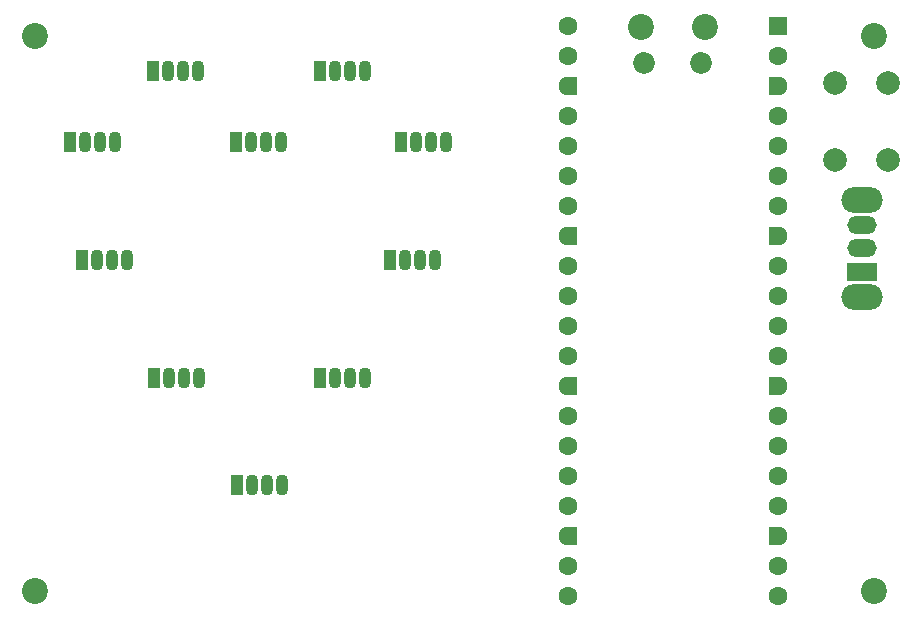
<source format=gbr>
%TF.GenerationSoftware,KiCad,Pcbnew,9.0.5*%
%TF.CreationDate,2025-10-04T16:27:51-04:00*%
%TF.ProjectId,LightBoard-Gift,4c696768-7442-46f6-9172-642d47696674,rev?*%
%TF.SameCoordinates,Original*%
%TF.FileFunction,Soldermask,Top*%
%TF.FilePolarity,Negative*%
%FSLAX46Y46*%
G04 Gerber Fmt 4.6, Leading zero omitted, Abs format (unit mm)*
G04 Created by KiCad (PCBNEW 9.0.5) date 2025-10-04 16:27:51*
%MOMM*%
%LPD*%
G01*
G04 APERTURE LIST*
G04 Aperture macros list*
%AMRoundRect*
0 Rectangle with rounded corners*
0 $1 Rounding radius*
0 $2 $3 $4 $5 $6 $7 $8 $9 X,Y pos of 4 corners*
0 Add a 4 corners polygon primitive as box body*
4,1,4,$2,$3,$4,$5,$6,$7,$8,$9,$2,$3,0*
0 Add four circle primitives for the rounded corners*
1,1,$1+$1,$2,$3*
1,1,$1+$1,$4,$5*
1,1,$1+$1,$6,$7*
1,1,$1+$1,$8,$9*
0 Add four rect primitives between the rounded corners*
20,1,$1+$1,$2,$3,$4,$5,0*
20,1,$1+$1,$4,$5,$6,$7,0*
20,1,$1+$1,$6,$7,$8,$9,0*
20,1,$1+$1,$8,$9,$2,$3,0*%
%AMFreePoly0*
4,1,37,0.603843,0.796157,0.639018,0.796157,0.711114,0.766294,0.766294,0.711114,0.796157,0.639018,0.796157,0.603843,0.800000,0.600000,0.800000,-0.600000,0.796157,-0.603843,0.796157,-0.639018,0.766294,-0.711114,0.711114,-0.766294,0.639018,-0.796157,0.603843,-0.796157,0.600000,-0.800000,0.000000,-0.800000,0.000000,-0.796148,-0.078414,-0.796148,-0.232228,-0.765552,-0.377117,-0.705537,
-0.507515,-0.618408,-0.618408,-0.507515,-0.705537,-0.377117,-0.765552,-0.232228,-0.796148,-0.078414,-0.796148,0.078414,-0.765552,0.232228,-0.705537,0.377117,-0.618408,0.507515,-0.507515,0.618408,-0.377117,0.705537,-0.232228,0.765552,-0.078414,0.796148,0.000000,0.796148,0.000000,0.800000,0.600000,0.800000,0.603843,0.796157,0.603843,0.796157,$1*%
%AMFreePoly1*
4,1,37,0.000000,0.796148,0.078414,0.796148,0.232228,0.765552,0.377117,0.705537,0.507515,0.618408,0.618408,0.507515,0.705537,0.377117,0.765552,0.232228,0.796148,0.078414,0.796148,-0.078414,0.765552,-0.232228,0.705537,-0.377117,0.618408,-0.507515,0.507515,-0.618408,0.377117,-0.705537,0.232228,-0.765552,0.078414,-0.796148,0.000000,-0.796148,0.000000,-0.800000,-0.600000,-0.800000,
-0.603843,-0.796157,-0.639018,-0.796157,-0.711114,-0.766294,-0.766294,-0.711114,-0.796157,-0.639018,-0.796157,-0.603843,-0.800000,-0.600000,-0.800000,0.600000,-0.796157,0.603843,-0.796157,0.639018,-0.766294,0.711114,-0.711114,0.766294,-0.639018,0.796157,-0.603843,0.796157,-0.600000,0.800000,0.000000,0.800000,0.000000,0.796148,0.000000,0.796148,$1*%
G04 Aperture macros list end*
%ADD10R,1.070000X1.800000*%
%ADD11O,1.070000X1.800000*%
%ADD12C,2.200000*%
%ADD13C,2.000000*%
%ADD14O,3.500000X2.200000*%
%ADD15R,2.500000X1.500000*%
%ADD16O,2.500000X1.500000*%
%ADD17C,1.850000*%
%ADD18RoundRect,0.200000X0.600000X0.600000X-0.600000X0.600000X-0.600000X-0.600000X0.600000X-0.600000X0*%
%ADD19C,1.600000*%
%ADD20FreePoly0,180.000000*%
%ADD21FreePoly1,180.000000*%
G04 APERTURE END LIST*
D10*
%TO.C,D5*%
X96095000Y-63000000D03*
D11*
X97365000Y-63000000D03*
X98635000Y-63000000D03*
X99905000Y-63000000D03*
%TD*%
D10*
%TO.C,D6*%
X89095000Y-54000000D03*
D11*
X90365000Y-54000000D03*
X91635000Y-54000000D03*
X92905000Y-54000000D03*
%TD*%
D10*
%TO.C,D7*%
X83000000Y-44000000D03*
D11*
X84270000Y-44000000D03*
X85540000Y-44000000D03*
X86810000Y-44000000D03*
%TD*%
D12*
%TO.C,H3*%
X150000000Y-72000000D03*
%TD*%
D13*
%TO.C,SW1*%
X151250000Y-29000000D03*
X151250000Y-35500000D03*
X146750000Y-29000000D03*
X146750000Y-35500000D03*
%TD*%
D12*
%TO.C,H2*%
X79000000Y-72000000D03*
%TD*%
D10*
%TO.C,D8*%
X82000000Y-34000000D03*
D11*
X83270000Y-34000000D03*
X84540000Y-34000000D03*
X85810000Y-34000000D03*
%TD*%
D10*
%TO.C,D2*%
X110000000Y-34000000D03*
D11*
X111270000Y-34000000D03*
X112540000Y-34000000D03*
X113810000Y-34000000D03*
%TD*%
D10*
%TO.C,D1*%
X103095000Y-28000000D03*
D11*
X104365000Y-28000000D03*
X105635000Y-28000000D03*
X106905000Y-28000000D03*
%TD*%
D14*
%TO.C,SW2*%
X149000000Y-47100000D03*
X149000000Y-38900000D03*
D15*
X149000000Y-45000000D03*
D16*
X149000000Y-43000000D03*
X149000000Y-41000000D03*
%TD*%
D10*
%TO.C,D9*%
X89000000Y-28000000D03*
D11*
X90270000Y-28000000D03*
X91540000Y-28000000D03*
X92810000Y-28000000D03*
%TD*%
D10*
%TO.C,D0*%
X96000000Y-34000000D03*
D11*
X97270000Y-34000000D03*
X98540000Y-34000000D03*
X99810000Y-34000000D03*
%TD*%
D12*
%TO.C,H1*%
X79000000Y-25000000D03*
%TD*%
D10*
%TO.C,D3*%
X109095000Y-44000000D03*
D11*
X110365000Y-44000000D03*
X111635000Y-44000000D03*
X112905000Y-44000000D03*
%TD*%
D10*
%TO.C,D4*%
X103095000Y-54000000D03*
D11*
X104365000Y-54000000D03*
X105635000Y-54000000D03*
X106905000Y-54000000D03*
%TD*%
D12*
%TO.C,H4*%
X150000000Y-25000000D03*
%TD*%
%TO.C,A1*%
X135725000Y-24287500D03*
D17*
X135425000Y-27317500D03*
X130575000Y-27317500D03*
D12*
X130275000Y-24287500D03*
D18*
X141890000Y-24157500D03*
D19*
X141890000Y-26697500D03*
D20*
X141890000Y-29237500D03*
D19*
X141890000Y-31777500D03*
X141890000Y-34317500D03*
X141890000Y-36857500D03*
X141890000Y-39397500D03*
D20*
X141890000Y-41937500D03*
D19*
X141890000Y-44477500D03*
X141890000Y-47017500D03*
X141890000Y-49557500D03*
X141890000Y-52097500D03*
D20*
X141890000Y-54637500D03*
D19*
X141890000Y-57177500D03*
X141890000Y-59717500D03*
X141890000Y-62257500D03*
X141890000Y-64797500D03*
D20*
X141890000Y-67337500D03*
D19*
X141890000Y-69877500D03*
X141890000Y-72417500D03*
X124110000Y-72417500D03*
X124110000Y-69877500D03*
D21*
X124110000Y-67337500D03*
D19*
X124110000Y-64797500D03*
X124110000Y-62257500D03*
X124110000Y-59717500D03*
X124110000Y-57177500D03*
D21*
X124110000Y-54637500D03*
D19*
X124110000Y-52097500D03*
X124110000Y-49557500D03*
X124110000Y-47017500D03*
X124110000Y-44477500D03*
D21*
X124110000Y-41937500D03*
D19*
X124110000Y-39397500D03*
X124110000Y-36857500D03*
X124110000Y-34317500D03*
X124110000Y-31777500D03*
D21*
X124110000Y-29237500D03*
D19*
X124110000Y-26697500D03*
X124110000Y-24157500D03*
%TD*%
M02*

</source>
